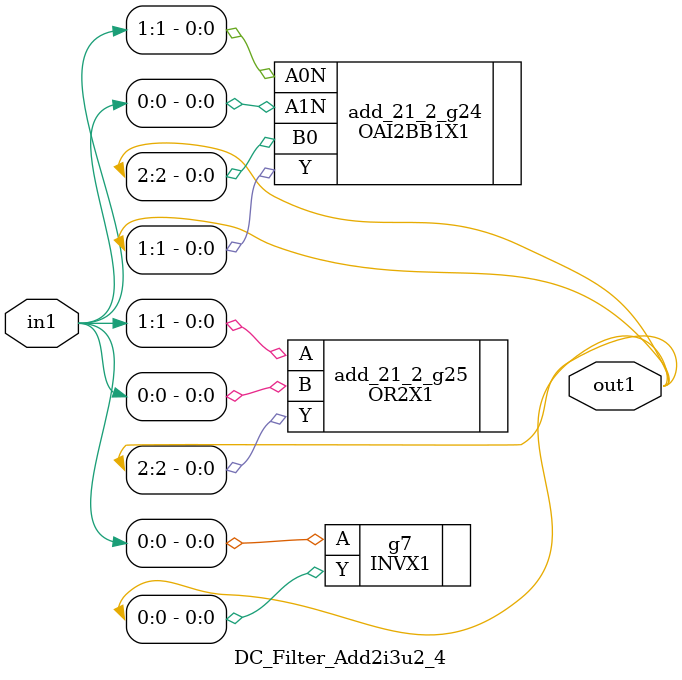
<source format=v>
`timescale 1ps / 1ps


module DC_Filter_Add2i3u2_4(in1, out1);
  input [1:0] in1;
  output [2:0] out1;
  wire [1:0] in1;
  wire [2:0] out1;
  INVX1 g7(.A (in1[0]), .Y (out1[0]));
  OAI2BB1X1 add_21_2_g24(.A0N (in1[1]), .A1N (in1[0]), .B0 (out1[2]),
       .Y (out1[1]));
  OR2X1 add_21_2_g25(.A (in1[1]), .B (in1[0]), .Y (out1[2]));
endmodule



</source>
